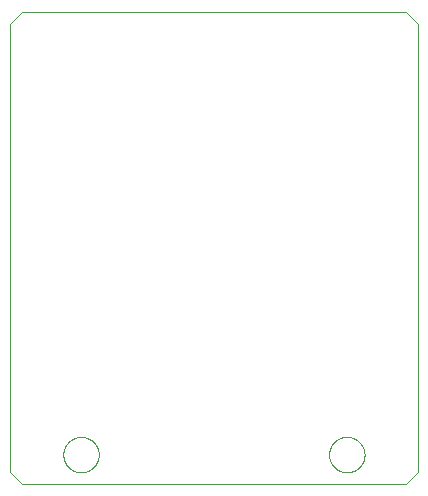
<source format=gbp>
G75*
%MOIN*%
%OFA0B0*%
%FSLAX25Y25*%
%IPPOS*%
%LPD*%
%AMOC8*
5,1,8,0,0,1.08239X$1,22.5*
%
%ADD10C,0.00000*%
D10*
X0002250Y0006187D02*
X0006187Y0002250D01*
X0134140Y0002250D01*
X0138077Y0006187D01*
X0138077Y0155793D01*
X0134140Y0159730D01*
X0006187Y0159730D01*
X0002250Y0155793D01*
X0002250Y0006187D01*
X0019966Y0012093D02*
X0019968Y0012246D01*
X0019974Y0012400D01*
X0019984Y0012553D01*
X0019998Y0012705D01*
X0020016Y0012858D01*
X0020038Y0013009D01*
X0020063Y0013160D01*
X0020093Y0013311D01*
X0020127Y0013461D01*
X0020164Y0013609D01*
X0020205Y0013757D01*
X0020250Y0013903D01*
X0020299Y0014049D01*
X0020352Y0014193D01*
X0020408Y0014335D01*
X0020468Y0014476D01*
X0020532Y0014616D01*
X0020599Y0014754D01*
X0020670Y0014890D01*
X0020745Y0015024D01*
X0020822Y0015156D01*
X0020904Y0015286D01*
X0020988Y0015414D01*
X0021076Y0015540D01*
X0021167Y0015663D01*
X0021261Y0015784D01*
X0021359Y0015902D01*
X0021459Y0016018D01*
X0021563Y0016131D01*
X0021669Y0016242D01*
X0021778Y0016350D01*
X0021890Y0016455D01*
X0022004Y0016556D01*
X0022122Y0016655D01*
X0022241Y0016751D01*
X0022363Y0016844D01*
X0022488Y0016933D01*
X0022615Y0017020D01*
X0022744Y0017102D01*
X0022875Y0017182D01*
X0023008Y0017258D01*
X0023143Y0017331D01*
X0023280Y0017400D01*
X0023419Y0017465D01*
X0023559Y0017527D01*
X0023701Y0017585D01*
X0023844Y0017640D01*
X0023989Y0017691D01*
X0024135Y0017738D01*
X0024282Y0017781D01*
X0024430Y0017820D01*
X0024579Y0017856D01*
X0024729Y0017887D01*
X0024880Y0017915D01*
X0025031Y0017939D01*
X0025184Y0017959D01*
X0025336Y0017975D01*
X0025489Y0017987D01*
X0025642Y0017995D01*
X0025795Y0017999D01*
X0025949Y0017999D01*
X0026102Y0017995D01*
X0026255Y0017987D01*
X0026408Y0017975D01*
X0026560Y0017959D01*
X0026713Y0017939D01*
X0026864Y0017915D01*
X0027015Y0017887D01*
X0027165Y0017856D01*
X0027314Y0017820D01*
X0027462Y0017781D01*
X0027609Y0017738D01*
X0027755Y0017691D01*
X0027900Y0017640D01*
X0028043Y0017585D01*
X0028185Y0017527D01*
X0028325Y0017465D01*
X0028464Y0017400D01*
X0028601Y0017331D01*
X0028736Y0017258D01*
X0028869Y0017182D01*
X0029000Y0017102D01*
X0029129Y0017020D01*
X0029256Y0016933D01*
X0029381Y0016844D01*
X0029503Y0016751D01*
X0029622Y0016655D01*
X0029740Y0016556D01*
X0029854Y0016455D01*
X0029966Y0016350D01*
X0030075Y0016242D01*
X0030181Y0016131D01*
X0030285Y0016018D01*
X0030385Y0015902D01*
X0030483Y0015784D01*
X0030577Y0015663D01*
X0030668Y0015540D01*
X0030756Y0015414D01*
X0030840Y0015286D01*
X0030922Y0015156D01*
X0030999Y0015024D01*
X0031074Y0014890D01*
X0031145Y0014754D01*
X0031212Y0014616D01*
X0031276Y0014476D01*
X0031336Y0014335D01*
X0031392Y0014193D01*
X0031445Y0014049D01*
X0031494Y0013903D01*
X0031539Y0013757D01*
X0031580Y0013609D01*
X0031617Y0013461D01*
X0031651Y0013311D01*
X0031681Y0013160D01*
X0031706Y0013009D01*
X0031728Y0012858D01*
X0031746Y0012705D01*
X0031760Y0012553D01*
X0031770Y0012400D01*
X0031776Y0012246D01*
X0031778Y0012093D01*
X0031776Y0011940D01*
X0031770Y0011786D01*
X0031760Y0011633D01*
X0031746Y0011481D01*
X0031728Y0011328D01*
X0031706Y0011177D01*
X0031681Y0011026D01*
X0031651Y0010875D01*
X0031617Y0010725D01*
X0031580Y0010577D01*
X0031539Y0010429D01*
X0031494Y0010283D01*
X0031445Y0010137D01*
X0031392Y0009993D01*
X0031336Y0009851D01*
X0031276Y0009710D01*
X0031212Y0009570D01*
X0031145Y0009432D01*
X0031074Y0009296D01*
X0030999Y0009162D01*
X0030922Y0009030D01*
X0030840Y0008900D01*
X0030756Y0008772D01*
X0030668Y0008646D01*
X0030577Y0008523D01*
X0030483Y0008402D01*
X0030385Y0008284D01*
X0030285Y0008168D01*
X0030181Y0008055D01*
X0030075Y0007944D01*
X0029966Y0007836D01*
X0029854Y0007731D01*
X0029740Y0007630D01*
X0029622Y0007531D01*
X0029503Y0007435D01*
X0029381Y0007342D01*
X0029256Y0007253D01*
X0029129Y0007166D01*
X0029000Y0007084D01*
X0028869Y0007004D01*
X0028736Y0006928D01*
X0028601Y0006855D01*
X0028464Y0006786D01*
X0028325Y0006721D01*
X0028185Y0006659D01*
X0028043Y0006601D01*
X0027900Y0006546D01*
X0027755Y0006495D01*
X0027609Y0006448D01*
X0027462Y0006405D01*
X0027314Y0006366D01*
X0027165Y0006330D01*
X0027015Y0006299D01*
X0026864Y0006271D01*
X0026713Y0006247D01*
X0026560Y0006227D01*
X0026408Y0006211D01*
X0026255Y0006199D01*
X0026102Y0006191D01*
X0025949Y0006187D01*
X0025795Y0006187D01*
X0025642Y0006191D01*
X0025489Y0006199D01*
X0025336Y0006211D01*
X0025184Y0006227D01*
X0025031Y0006247D01*
X0024880Y0006271D01*
X0024729Y0006299D01*
X0024579Y0006330D01*
X0024430Y0006366D01*
X0024282Y0006405D01*
X0024135Y0006448D01*
X0023989Y0006495D01*
X0023844Y0006546D01*
X0023701Y0006601D01*
X0023559Y0006659D01*
X0023419Y0006721D01*
X0023280Y0006786D01*
X0023143Y0006855D01*
X0023008Y0006928D01*
X0022875Y0007004D01*
X0022744Y0007084D01*
X0022615Y0007166D01*
X0022488Y0007253D01*
X0022363Y0007342D01*
X0022241Y0007435D01*
X0022122Y0007531D01*
X0022004Y0007630D01*
X0021890Y0007731D01*
X0021778Y0007836D01*
X0021669Y0007944D01*
X0021563Y0008055D01*
X0021459Y0008168D01*
X0021359Y0008284D01*
X0021261Y0008402D01*
X0021167Y0008523D01*
X0021076Y0008646D01*
X0020988Y0008772D01*
X0020904Y0008900D01*
X0020822Y0009030D01*
X0020745Y0009162D01*
X0020670Y0009296D01*
X0020599Y0009432D01*
X0020532Y0009570D01*
X0020468Y0009710D01*
X0020408Y0009851D01*
X0020352Y0009993D01*
X0020299Y0010137D01*
X0020250Y0010283D01*
X0020205Y0010429D01*
X0020164Y0010577D01*
X0020127Y0010725D01*
X0020093Y0010875D01*
X0020063Y0011026D01*
X0020038Y0011177D01*
X0020016Y0011328D01*
X0019998Y0011481D01*
X0019984Y0011633D01*
X0019974Y0011786D01*
X0019968Y0011940D01*
X0019966Y0012093D01*
X0108549Y0012093D02*
X0108551Y0012246D01*
X0108557Y0012400D01*
X0108567Y0012553D01*
X0108581Y0012705D01*
X0108599Y0012858D01*
X0108621Y0013009D01*
X0108646Y0013160D01*
X0108676Y0013311D01*
X0108710Y0013461D01*
X0108747Y0013609D01*
X0108788Y0013757D01*
X0108833Y0013903D01*
X0108882Y0014049D01*
X0108935Y0014193D01*
X0108991Y0014335D01*
X0109051Y0014476D01*
X0109115Y0014616D01*
X0109182Y0014754D01*
X0109253Y0014890D01*
X0109328Y0015024D01*
X0109405Y0015156D01*
X0109487Y0015286D01*
X0109571Y0015414D01*
X0109659Y0015540D01*
X0109750Y0015663D01*
X0109844Y0015784D01*
X0109942Y0015902D01*
X0110042Y0016018D01*
X0110146Y0016131D01*
X0110252Y0016242D01*
X0110361Y0016350D01*
X0110473Y0016455D01*
X0110587Y0016556D01*
X0110705Y0016655D01*
X0110824Y0016751D01*
X0110946Y0016844D01*
X0111071Y0016933D01*
X0111198Y0017020D01*
X0111327Y0017102D01*
X0111458Y0017182D01*
X0111591Y0017258D01*
X0111726Y0017331D01*
X0111863Y0017400D01*
X0112002Y0017465D01*
X0112142Y0017527D01*
X0112284Y0017585D01*
X0112427Y0017640D01*
X0112572Y0017691D01*
X0112718Y0017738D01*
X0112865Y0017781D01*
X0113013Y0017820D01*
X0113162Y0017856D01*
X0113312Y0017887D01*
X0113463Y0017915D01*
X0113614Y0017939D01*
X0113767Y0017959D01*
X0113919Y0017975D01*
X0114072Y0017987D01*
X0114225Y0017995D01*
X0114378Y0017999D01*
X0114532Y0017999D01*
X0114685Y0017995D01*
X0114838Y0017987D01*
X0114991Y0017975D01*
X0115143Y0017959D01*
X0115296Y0017939D01*
X0115447Y0017915D01*
X0115598Y0017887D01*
X0115748Y0017856D01*
X0115897Y0017820D01*
X0116045Y0017781D01*
X0116192Y0017738D01*
X0116338Y0017691D01*
X0116483Y0017640D01*
X0116626Y0017585D01*
X0116768Y0017527D01*
X0116908Y0017465D01*
X0117047Y0017400D01*
X0117184Y0017331D01*
X0117319Y0017258D01*
X0117452Y0017182D01*
X0117583Y0017102D01*
X0117712Y0017020D01*
X0117839Y0016933D01*
X0117964Y0016844D01*
X0118086Y0016751D01*
X0118205Y0016655D01*
X0118323Y0016556D01*
X0118437Y0016455D01*
X0118549Y0016350D01*
X0118658Y0016242D01*
X0118764Y0016131D01*
X0118868Y0016018D01*
X0118968Y0015902D01*
X0119066Y0015784D01*
X0119160Y0015663D01*
X0119251Y0015540D01*
X0119339Y0015414D01*
X0119423Y0015286D01*
X0119505Y0015156D01*
X0119582Y0015024D01*
X0119657Y0014890D01*
X0119728Y0014754D01*
X0119795Y0014616D01*
X0119859Y0014476D01*
X0119919Y0014335D01*
X0119975Y0014193D01*
X0120028Y0014049D01*
X0120077Y0013903D01*
X0120122Y0013757D01*
X0120163Y0013609D01*
X0120200Y0013461D01*
X0120234Y0013311D01*
X0120264Y0013160D01*
X0120289Y0013009D01*
X0120311Y0012858D01*
X0120329Y0012705D01*
X0120343Y0012553D01*
X0120353Y0012400D01*
X0120359Y0012246D01*
X0120361Y0012093D01*
X0120359Y0011940D01*
X0120353Y0011786D01*
X0120343Y0011633D01*
X0120329Y0011481D01*
X0120311Y0011328D01*
X0120289Y0011177D01*
X0120264Y0011026D01*
X0120234Y0010875D01*
X0120200Y0010725D01*
X0120163Y0010577D01*
X0120122Y0010429D01*
X0120077Y0010283D01*
X0120028Y0010137D01*
X0119975Y0009993D01*
X0119919Y0009851D01*
X0119859Y0009710D01*
X0119795Y0009570D01*
X0119728Y0009432D01*
X0119657Y0009296D01*
X0119582Y0009162D01*
X0119505Y0009030D01*
X0119423Y0008900D01*
X0119339Y0008772D01*
X0119251Y0008646D01*
X0119160Y0008523D01*
X0119066Y0008402D01*
X0118968Y0008284D01*
X0118868Y0008168D01*
X0118764Y0008055D01*
X0118658Y0007944D01*
X0118549Y0007836D01*
X0118437Y0007731D01*
X0118323Y0007630D01*
X0118205Y0007531D01*
X0118086Y0007435D01*
X0117964Y0007342D01*
X0117839Y0007253D01*
X0117712Y0007166D01*
X0117583Y0007084D01*
X0117452Y0007004D01*
X0117319Y0006928D01*
X0117184Y0006855D01*
X0117047Y0006786D01*
X0116908Y0006721D01*
X0116768Y0006659D01*
X0116626Y0006601D01*
X0116483Y0006546D01*
X0116338Y0006495D01*
X0116192Y0006448D01*
X0116045Y0006405D01*
X0115897Y0006366D01*
X0115748Y0006330D01*
X0115598Y0006299D01*
X0115447Y0006271D01*
X0115296Y0006247D01*
X0115143Y0006227D01*
X0114991Y0006211D01*
X0114838Y0006199D01*
X0114685Y0006191D01*
X0114532Y0006187D01*
X0114378Y0006187D01*
X0114225Y0006191D01*
X0114072Y0006199D01*
X0113919Y0006211D01*
X0113767Y0006227D01*
X0113614Y0006247D01*
X0113463Y0006271D01*
X0113312Y0006299D01*
X0113162Y0006330D01*
X0113013Y0006366D01*
X0112865Y0006405D01*
X0112718Y0006448D01*
X0112572Y0006495D01*
X0112427Y0006546D01*
X0112284Y0006601D01*
X0112142Y0006659D01*
X0112002Y0006721D01*
X0111863Y0006786D01*
X0111726Y0006855D01*
X0111591Y0006928D01*
X0111458Y0007004D01*
X0111327Y0007084D01*
X0111198Y0007166D01*
X0111071Y0007253D01*
X0110946Y0007342D01*
X0110824Y0007435D01*
X0110705Y0007531D01*
X0110587Y0007630D01*
X0110473Y0007731D01*
X0110361Y0007836D01*
X0110252Y0007944D01*
X0110146Y0008055D01*
X0110042Y0008168D01*
X0109942Y0008284D01*
X0109844Y0008402D01*
X0109750Y0008523D01*
X0109659Y0008646D01*
X0109571Y0008772D01*
X0109487Y0008900D01*
X0109405Y0009030D01*
X0109328Y0009162D01*
X0109253Y0009296D01*
X0109182Y0009432D01*
X0109115Y0009570D01*
X0109051Y0009710D01*
X0108991Y0009851D01*
X0108935Y0009993D01*
X0108882Y0010137D01*
X0108833Y0010283D01*
X0108788Y0010429D01*
X0108747Y0010577D01*
X0108710Y0010725D01*
X0108676Y0010875D01*
X0108646Y0011026D01*
X0108621Y0011177D01*
X0108599Y0011328D01*
X0108581Y0011481D01*
X0108567Y0011633D01*
X0108557Y0011786D01*
X0108551Y0011940D01*
X0108549Y0012093D01*
M02*

</source>
